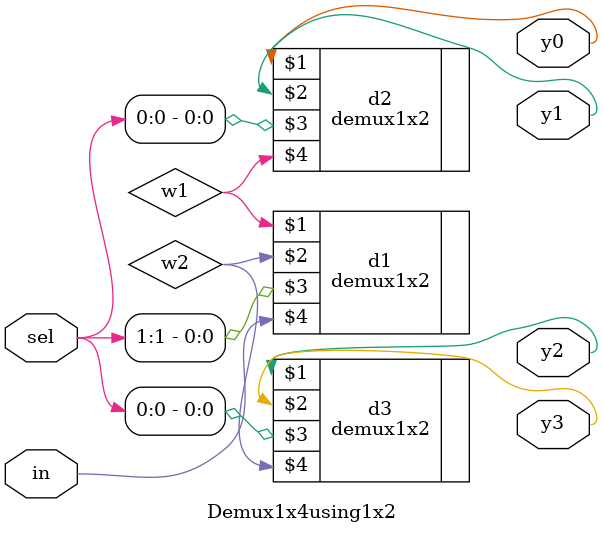
<source format=v>
`timescale 1ns / 1ps


module Demux1x4using1x2(output y0,y1,y2,y3,input [1:0]sel,input in);
wire w1,w2;
demux1x2 d1(w1,w2,sel[1],in);
demux1x2 d2(y0,y1,sel[0],w1);
demux1x2 d3(y2,y3,sel[0],w2);
endmodule

</source>
